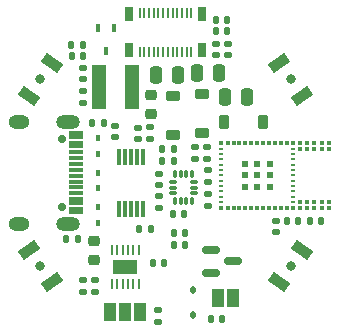
<source format=gbr>
%TF.GenerationSoftware,KiCad,Pcbnew,8.0.7*%
%TF.CreationDate,2025-01-11T23:39:27+09:00*%
%TF.ProjectId,epaper-smart-watch,65706170-6572-42d7-936d-6172742d7761,rev?*%
%TF.SameCoordinates,Original*%
%TF.FileFunction,Soldermask,Top*%
%TF.FilePolarity,Negative*%
%FSLAX46Y46*%
G04 Gerber Fmt 4.6, Leading zero omitted, Abs format (unit mm)*
G04 Created by KiCad (PCBNEW 8.0.7) date 2025-01-11 23:39:27*
%MOMM*%
%LPD*%
G01*
G04 APERTURE LIST*
G04 Aperture macros list*
%AMRoundRect*
0 Rectangle with rounded corners*
0 $1 Rounding radius*
0 $2 $3 $4 $5 $6 $7 $8 $9 X,Y pos of 4 corners*
0 Add a 4 corners polygon primitive as box body*
4,1,4,$2,$3,$4,$5,$6,$7,$8,$9,$2,$3,0*
0 Add four circle primitives for the rounded corners*
1,1,$1+$1,$2,$3*
1,1,$1+$1,$4,$5*
1,1,$1+$1,$6,$7*
1,1,$1+$1,$8,$9*
0 Add four rect primitives between the rounded corners*
20,1,$1+$1,$2,$3,$4,$5,0*
20,1,$1+$1,$4,$5,$6,$7,0*
20,1,$1+$1,$6,$7,$8,$9,0*
20,1,$1+$1,$8,$9,$2,$3,0*%
%AMRotRect*
0 Rectangle, with rotation*
0 The origin of the aperture is its center*
0 $1 length*
0 $2 width*
0 $3 Rotation angle, in degrees counterclockwise*
0 Add horizontal line*
21,1,$1,$2,0,0,$3*%
G04 Aperture macros list end*
%ADD10R,0.400000X0.480000*%
%ADD11RoundRect,0.140000X-0.140000X-0.170000X0.140000X-0.170000X0.140000X0.170000X-0.140000X0.170000X0*%
%ADD12C,0.700000*%
%ADD13O,2.000000X1.200000*%
%ADD14O,1.800000X1.200000*%
%ADD15R,1.300000X0.300000*%
%ADD16RoundRect,0.150000X-0.587500X-0.150000X0.587500X-0.150000X0.587500X0.150000X-0.587500X0.150000X0*%
%ADD17R,1.200000X3.700000*%
%ADD18R,0.700000X1.200000*%
%ADD19R,0.230000X0.920000*%
%ADD20RoundRect,0.250000X-0.250000X-0.475000X0.250000X-0.475000X0.250000X0.475000X-0.250000X0.475000X0*%
%ADD21RoundRect,0.135000X-0.185000X0.135000X-0.185000X-0.135000X0.185000X-0.135000X0.185000X0.135000X0*%
%ADD22RoundRect,0.135000X0.185000X-0.135000X0.185000X0.135000X-0.185000X0.135000X-0.185000X-0.135000X0*%
%ADD23RoundRect,0.140000X0.170000X-0.140000X0.170000X0.140000X-0.170000X0.140000X-0.170000X-0.140000X0*%
%ADD24RoundRect,0.140000X-0.170000X0.140000X-0.170000X-0.140000X0.170000X-0.140000X0.170000X0.140000X0*%
%ADD25RoundRect,0.135000X-0.135000X-0.185000X0.135000X-0.185000X0.135000X0.185000X-0.135000X0.185000X0*%
%ADD26RoundRect,0.218750X0.256250X-0.218750X0.256250X0.218750X-0.256250X0.218750X-0.256250X-0.218750X0*%
%ADD27RoundRect,0.225000X0.225000X0.375000X-0.225000X0.375000X-0.225000X-0.375000X0.225000X-0.375000X0*%
%ADD28R,0.300000X1.400000*%
%ADD29R,1.000000X1.500000*%
%ADD30RoundRect,0.140000X0.140000X0.170000X-0.140000X0.170000X-0.140000X-0.170000X0.140000X-0.170000X0*%
%ADD31RoundRect,0.135000X0.135000X0.185000X-0.135000X0.185000X-0.135000X-0.185000X0.135000X-0.185000X0*%
%ADD32R,0.450000X0.700000*%
%ADD33C,0.800000*%
%ADD34RotRect,0.900000X1.700000X55.000000*%
%ADD35RoundRect,0.218750X-0.256250X0.218750X-0.256250X-0.218750X0.256250X-0.218750X0.256250X0.218750X0*%
%ADD36RotRect,0.900000X1.700000X125.000000*%
%ADD37RoundRect,0.112500X-0.112500X0.187500X-0.112500X-0.187500X0.112500X-0.187500X0.112500X0.187500X0*%
%ADD38RoundRect,0.225000X0.375000X-0.225000X0.375000X0.225000X-0.375000X0.225000X-0.375000X-0.225000X0*%
%ADD39RoundRect,0.250000X0.250000X0.475000X-0.250000X0.475000X-0.250000X-0.475000X0.250000X-0.475000X0*%
%ADD40RotRect,0.900000X1.700000X305.000000*%
%ADD41RoundRect,0.225000X-0.375000X0.225000X-0.375000X-0.225000X0.375000X-0.225000X0.375000X0.225000X0*%
%ADD42RotRect,0.900000X1.700000X235.000000*%
%ADD43R,0.350000X0.350000*%
%ADD44R,0.300000X0.350000*%
%ADD45R,0.350000X0.250000*%
%ADD46R,0.300000X0.300000*%
%ADD47R,0.600000X0.600000*%
%ADD48RoundRect,0.087500X-0.087500X0.225000X-0.087500X-0.225000X0.087500X-0.225000X0.087500X0.225000X0*%
%ADD49RoundRect,0.087500X-0.225000X0.087500X-0.225000X-0.087500X0.225000X-0.087500X0.225000X0.087500X0*%
%ADD50R,0.250000X0.900000*%
%ADD51R,2.120000X1.310000*%
G04 APERTURE END LIST*
D10*
%TO.C,D1*%
X138049000Y-93091000D03*
X138049000Y-94411000D03*
%TD*%
D11*
%TO.C,C21*%
X156000000Y-100070000D03*
X156960000Y-100070000D03*
%TD*%
D12*
%TO.C,P1*%
X135021000Y-93110000D03*
X135021000Y-98890000D03*
D13*
X135551000Y-91680000D03*
X135551000Y-100320000D03*
D14*
X131371000Y-91680000D03*
X131371000Y-100320000D03*
D15*
X136201000Y-92650000D03*
X136201000Y-93450000D03*
X136201000Y-94750000D03*
X136201000Y-95750000D03*
X136201000Y-96250000D03*
X136201000Y-97250000D03*
X136201000Y-98550000D03*
X136201000Y-99350000D03*
X136201000Y-99050000D03*
X136201000Y-98250000D03*
X136201000Y-97750000D03*
X136201000Y-96750000D03*
X136201000Y-95250000D03*
X136201000Y-94250000D03*
X136201000Y-93750000D03*
X136201000Y-92950000D03*
%TD*%
D16*
%TO.C,Q1*%
X147662500Y-102555000D03*
X147662500Y-104455000D03*
X149537500Y-103505000D03*
%TD*%
D17*
%TO.C,L1*%
X138170000Y-88750000D03*
X140970000Y-88750000D03*
%TD*%
D18*
%TO.C,J1*%
X140700000Y-82600000D03*
X140700000Y-85600000D03*
X146900000Y-82600000D03*
X146900000Y-85600000D03*
D19*
X146000000Y-82460000D03*
X146000000Y-85740000D03*
X145600000Y-82460000D03*
X145600000Y-85740000D03*
X145200000Y-82460000D03*
X145200000Y-85740000D03*
X144800000Y-82460000D03*
X144800000Y-85740000D03*
X144400000Y-82460000D03*
X144400000Y-85740000D03*
X144000000Y-82460000D03*
X144000000Y-85740000D03*
X143600000Y-82460000D03*
X143600000Y-85740000D03*
X143200000Y-82460000D03*
X143200000Y-85740000D03*
X142800000Y-82460000D03*
X142800000Y-85740000D03*
X142400000Y-82460000D03*
X142400000Y-85740000D03*
X142000000Y-82460000D03*
X142000000Y-85740000D03*
X141600000Y-82460000D03*
X141600000Y-85740000D03*
%TD*%
D11*
%TO.C,C4*%
X148070000Y-83100000D03*
X149030000Y-83100000D03*
%TD*%
D20*
%TO.C,C11*%
X148800000Y-89550000D03*
X150700000Y-89550000D03*
%TD*%
D10*
%TO.C,D4*%
X138049000Y-100253000D03*
X138049000Y-98933000D03*
%TD*%
D21*
%TO.C,R2*%
X147410000Y-97830000D03*
X147410000Y-98850000D03*
%TD*%
D22*
%TO.C,R1*%
X137860000Y-106070000D03*
X137860000Y-105050000D03*
%TD*%
D23*
%TO.C,C15*%
X141470000Y-93140000D03*
X141470000Y-92180000D03*
%TD*%
D11*
%TO.C,C14*%
X144520000Y-101100000D03*
X145480000Y-101100000D03*
%TD*%
D24*
%TO.C,C25*%
X143225000Y-96120000D03*
X143225000Y-97080000D03*
%TD*%
%TO.C,C12*%
X143180000Y-107660000D03*
X143180000Y-108620000D03*
%TD*%
D23*
%TO.C,C16*%
X146300000Y-94800000D03*
X146300000Y-93840000D03*
%TD*%
D11*
%TO.C,C13*%
X142740000Y-103650000D03*
X143700000Y-103650000D03*
%TD*%
D25*
%TO.C,R15*%
X143500000Y-94000000D03*
X144520000Y-94000000D03*
%TD*%
D26*
%TO.C,D2*%
X137760000Y-103357500D03*
X137760000Y-101782500D03*
%TD*%
D27*
%TO.C,D5*%
X152050000Y-91700000D03*
X148750000Y-91700000D03*
%TD*%
D28*
%TO.C,U1*%
X139900000Y-99100000D03*
X140400000Y-99100000D03*
X140900000Y-99100000D03*
X141400000Y-99100000D03*
X141900000Y-99100000D03*
X141900000Y-94700000D03*
X141400000Y-94700000D03*
X140900000Y-94700000D03*
X140400000Y-94700000D03*
X139900000Y-94700000D03*
%TD*%
D22*
%TO.C,R9*%
X136850000Y-106080000D03*
X136850000Y-105060000D03*
%TD*%
D29*
%TO.C,J3*%
X141665000Y-107800000D03*
X140365000Y-107800000D03*
X139065000Y-107800000D03*
%TD*%
D30*
%TO.C,C8*%
X136830000Y-86150000D03*
X135870000Y-86150000D03*
%TD*%
D24*
%TO.C,C19*%
X153130000Y-100060000D03*
X153130000Y-101020000D03*
%TD*%
%TO.C,C2*%
X136800000Y-89120000D03*
X136800000Y-90080000D03*
%TD*%
D11*
%TO.C,C22*%
X144520000Y-102100000D03*
X145480000Y-102100000D03*
%TD*%
D31*
%TO.C,R3*%
X136400000Y-101580000D03*
X135380000Y-101580000D03*
%TD*%
D11*
%TO.C,C20*%
X154090000Y-100080000D03*
X155050000Y-100080000D03*
%TD*%
D32*
%TO.C,Q3*%
X139400000Y-83720000D03*
X138100000Y-83720000D03*
X138750000Y-85720000D03*
%TD*%
D22*
%TO.C,R14*%
X142460000Y-93190000D03*
X142460000Y-92170000D03*
%TD*%
D33*
%TO.C,SW1*%
X133200000Y-88100000D03*
D34*
X132224920Y-89492558D03*
X134175080Y-86707442D03*
%TD*%
D35*
%TO.C,D6*%
X142560000Y-89442500D03*
X142560000Y-91017500D03*
%TD*%
D25*
%TO.C,R4*%
X137537000Y-91821000D03*
X138557000Y-91821000D03*
%TD*%
D23*
%TO.C,C1*%
X136800000Y-88100000D03*
X136800000Y-87140000D03*
%TD*%
D33*
%TO.C,SW4*%
X133200000Y-103900000D03*
D36*
X134175080Y-105292558D03*
X132224920Y-102507442D03*
%TD*%
D25*
%TO.C,R16*%
X143480000Y-95000000D03*
X144500000Y-95000000D03*
%TD*%
D10*
%TO.C,D3*%
X138049000Y-97332000D03*
X138049000Y-96012000D03*
%TD*%
D23*
%TO.C,C9*%
X147300000Y-94800000D03*
X147300000Y-93840000D03*
%TD*%
D37*
%TO.C,D9*%
X146150000Y-105942500D03*
X146150000Y-108042500D03*
%TD*%
D38*
%TO.C,D8*%
X146850000Y-92600000D03*
X146850000Y-89300000D03*
%TD*%
D39*
%TO.C,C3*%
X144860000Y-87770000D03*
X142960000Y-87770000D03*
%TD*%
D29*
%TO.C,M1*%
X148250000Y-106600000D03*
X149550000Y-106600000D03*
%TD*%
D33*
%TO.C,SW2*%
X154400000Y-88100000D03*
D40*
X153424920Y-86707442D03*
X155375080Y-89492558D03*
%TD*%
D23*
%TO.C,C24*%
X143225000Y-98960000D03*
X143225000Y-98000000D03*
%TD*%
D24*
%TO.C,C7*%
X148082000Y-85070000D03*
X148082000Y-86030000D03*
%TD*%
D11*
%TO.C,C23*%
X147660000Y-108400000D03*
X148620000Y-108400000D03*
%TD*%
D25*
%TO.C,R6*%
X135830000Y-85150000D03*
X136850000Y-85150000D03*
%TD*%
D11*
%TO.C,C18*%
X144420000Y-99500000D03*
X145380000Y-99500000D03*
%TD*%
D41*
%TO.C,D7*%
X144450000Y-89480000D03*
X144450000Y-92780000D03*
%TD*%
D21*
%TO.C,R7*%
X147406019Y-95750666D03*
X147406019Y-96770666D03*
%TD*%
D24*
%TO.C,C6*%
X149100000Y-85070000D03*
X149100000Y-86030000D03*
%TD*%
D20*
%TO.C,C10*%
X146450000Y-87550000D03*
X148350000Y-87550000D03*
%TD*%
D11*
%TO.C,C5*%
X148080000Y-84030000D03*
X149040000Y-84030000D03*
%TD*%
D33*
%TO.C,SW3*%
X154400000Y-103900000D03*
D42*
X155375080Y-102507442D03*
X153424920Y-105292558D03*
%TD*%
D43*
%TO.C,U2*%
X157610000Y-93460000D03*
D44*
X157010000Y-93460000D03*
X156410000Y-93460000D03*
X155810000Y-93460000D03*
X155210000Y-93460000D03*
X154600000Y-93460000D03*
X154070000Y-93460000D03*
X153570000Y-93460000D03*
X153070000Y-93460000D03*
X152570000Y-93460000D03*
X152070000Y-93460000D03*
X151570000Y-93460000D03*
X151060000Y-93460000D03*
X150560000Y-93460000D03*
X150060000Y-93460000D03*
X149560000Y-93460000D03*
X149060000Y-93460000D03*
D43*
X148530000Y-93460000D03*
D45*
X148530000Y-93980000D03*
X148530000Y-94430000D03*
X148530000Y-94880000D03*
X148530000Y-95330000D03*
X148530000Y-95780000D03*
X148530000Y-96230000D03*
X148530000Y-96680000D03*
X148530000Y-97130000D03*
X148530000Y-97580000D03*
X148530000Y-98030000D03*
X148530000Y-98480000D03*
D43*
X148530000Y-99000000D03*
D44*
X149060000Y-99000000D03*
X149560000Y-99000000D03*
X150060000Y-99000000D03*
X150560000Y-99000000D03*
X151060000Y-99000000D03*
X151570000Y-99000000D03*
X152070000Y-99000000D03*
X152570000Y-99000000D03*
X153070000Y-99000000D03*
X153570000Y-99000000D03*
X154070000Y-99000000D03*
X154600000Y-99000000D03*
X155210000Y-99000000D03*
X155810000Y-99000000D03*
X156410000Y-99000000D03*
X157010000Y-99000000D03*
X157610000Y-99000000D03*
D46*
X157610000Y-98480000D03*
X157010000Y-98480000D03*
X156410000Y-98480000D03*
X155810000Y-98480000D03*
X155210000Y-98480000D03*
D45*
X154600000Y-98480000D03*
X154600000Y-98030000D03*
X154600000Y-97580000D03*
X154600000Y-97130000D03*
X154600000Y-96680000D03*
X154600000Y-96230000D03*
X154600000Y-95780000D03*
X154600000Y-95330000D03*
X154600000Y-94880000D03*
X154600000Y-94430000D03*
X154600000Y-93980000D03*
D46*
X155210000Y-93980000D03*
X155810000Y-93980000D03*
X156410000Y-93980000D03*
X157010000Y-93980000D03*
X157610000Y-93980000D03*
D47*
X152620000Y-95280000D03*
X151570000Y-95280000D03*
X150520000Y-95280000D03*
X150520000Y-96230000D03*
X151570000Y-96230000D03*
X152620000Y-96230000D03*
X152620000Y-97180000D03*
X151570000Y-97180000D03*
X150520000Y-97180000D03*
%TD*%
D31*
%TO.C,R5*%
X142560000Y-100800000D03*
X141540000Y-100800000D03*
%TD*%
D23*
%TO.C,C17*%
X139500000Y-93020000D03*
X139500000Y-92060000D03*
%TD*%
D48*
%TO.C,U3*%
X146070000Y-96097500D03*
X145570000Y-96097500D03*
X145070000Y-96097500D03*
X144570000Y-96097500D03*
D49*
X144407500Y-96760000D03*
X144407500Y-97260000D03*
X144407500Y-97760000D03*
D48*
X144570000Y-98422500D03*
X145070000Y-98422500D03*
X145570000Y-98422500D03*
X146070000Y-98422500D03*
D49*
X146232500Y-97760000D03*
X146232500Y-97260000D03*
X146232500Y-96760000D03*
%TD*%
D50*
%TO.C,PS1*%
X141525000Y-102550000D03*
X141075000Y-102550000D03*
X140625000Y-102550000D03*
X140175000Y-102550000D03*
X139725000Y-102550000D03*
X139275000Y-102550000D03*
X139275000Y-105450000D03*
X139725000Y-105450000D03*
X140175000Y-105450000D03*
X140625000Y-105450000D03*
X141075000Y-105450000D03*
X141525000Y-105450000D03*
D51*
X140400000Y-104000000D03*
%TD*%
M02*

</source>
